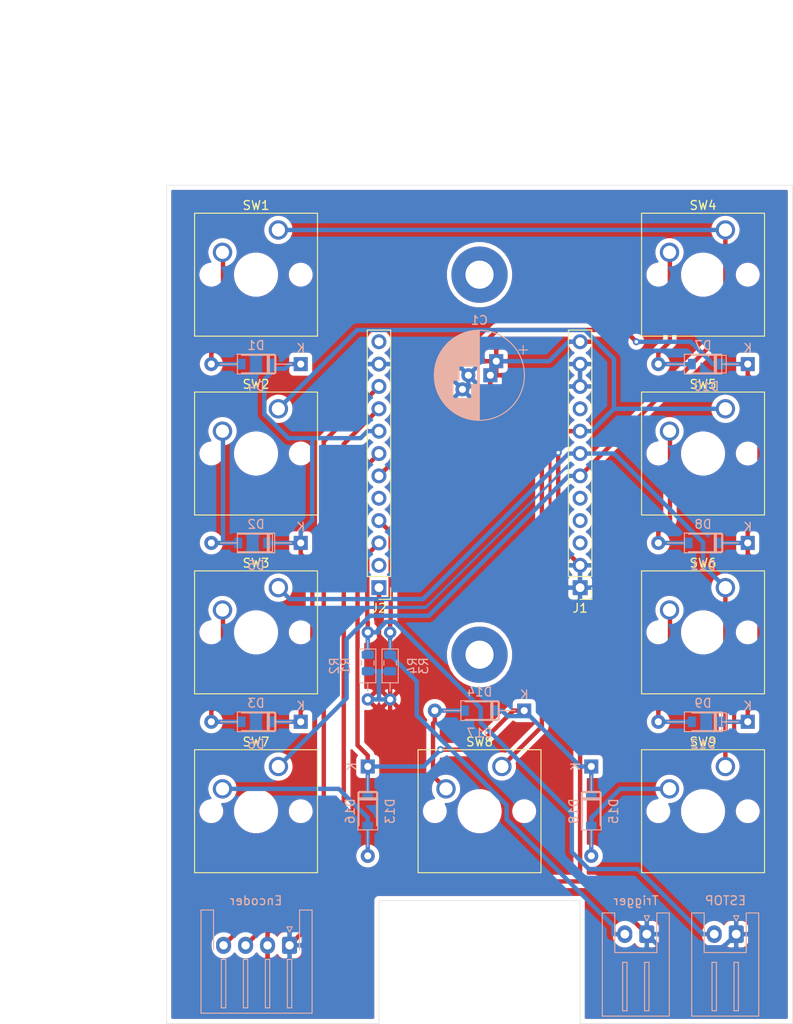
<source format=kicad_pcb>
(kicad_pcb (version 20171130) (host pcbnew 5.1.6-c6e7f7d~87~ubuntu18.04.1)
  (layers (0 F.Cu signal) (31 B.Cu signal) (34 B.Paste user hide) (35 F.Paste user hide) (36 B.SilkS user) (37 F.SilkS user) (38 B.Mask user) (39 F.Mask user) (44 Edge.Cuts user))
  (net 0 "")
  (net 1 "Net-(D1-Pad2)")
  (net 2 /25)
  (net 3 "Net-(D2-Pad2)")
  (net 4 "Net-(D3-Pad2)")
  (net 5 "Net-(D10-Pad2)")
  (net 6 /32)
  (net 7 "Net-(D11-Pad2)")
  (net 8 "Net-(D12-Pad2)")
  (net 9 /33)
  (net 10 "Net-(D13-Pad2)")
  (net 11 "Net-(D14-Pad2)")
  (net 12 "Net-(D15-Pad2)")
  (net 13 GND)
  (net 14 +3V3)
  (net 15 /26)
  (net 16 /27)
  (net 17 /37)
  (net 18 /13)
  (net 19 /15)
  (net 20 /2)
  (net 21 /38)
  (module MountingHole:MountingHole_3.2mm_M3_Pad (layer F.Cu) (at 148.59 30.48)
    (fp_text reference hole1 hide)
    (fp_text value MountingHole_3.2mm_M3_Pad)
    (pad 1 thru_hole circle (at 0 0) (size 6.4 6.4) (drill 3.2) (layers *.Cu *.Mask))
  )
  (module MountingHole:MountingHole_3.2mm_M3_Pad (layer F.Cu) (at 148.59 73.66)
    (fp_text reference hole2 hide)
    (fp_text value MountingHole_3.2mm_M3_Pad)
    (pad 1 thru_hole circle (at 0 0) (size 6.4 6.4) (drill 3.2) (layers *.Cu *.Mask))
  )
  (module Diode_THT:D_DO-35_SOD27_P10.16mm_Horizontal (layer B.Cu) (at 128.27 40.64 180)
    (fp_text reference D1 (at 5.08 2.12) (layer B.SilkS) (effects (justify mirror)))
    (fp_text value D)
    (fp_text user K (at 0 1.8) (layer B.SilkS) (effects (justify mirror)))
    (pad 2 thru_hole oval (at 10.16 0 180) (size 1.6 1.6) (drill 0.8) (layers *.Cu *.Mask) (net 1 "Net-(D1-Pad2)"))
    (pad 1 thru_hole rect (at 0 0 180) (size 1.6 1.6) (drill 0.8) (layers *.Cu *.Mask) (net 2 /25))
  )
  (module Diode_THT:D_DO-35_SOD27_P10.16mm_Horizontal (layer B.Cu) (at 128.27 60.96 180)
    (fp_text reference D2 (at 5.08 2.12) (layer B.SilkS) (effects (justify mirror)))
    (fp_text value D)
    (fp_text user K (at 0 1.8) (layer B.SilkS) (effects (justify mirror)))
    (pad 2 thru_hole oval (at 10.16 0 180) (size 1.6 1.6) (drill 0.8) (layers *.Cu *.Mask) (net 3 "Net-(D2-Pad2)"))
    (pad 1 thru_hole rect (at 0 0 180) (size 1.6 1.6) (drill 0.8) (layers *.Cu *.Mask) (net 2 /25))
  )
  (module Diode_THT:D_DO-35_SOD27_P10.16mm_Horizontal (layer B.Cu) (at 128.27 81.28 180)
    (fp_text reference D3 (at 5.08 2.12) (layer B.SilkS) (effects (justify mirror)))
    (fp_text value D)
    (fp_text user K (at 0 1.8) (layer B.SilkS) (effects (justify mirror)))
    (pad 1 thru_hole rect (at 0 0 180) (size 1.6 1.6) (drill 0.8) (layers *.Cu *.Mask) (net 2 /25))
    (pad 2 thru_hole oval (at 10.16 0 180) (size 1.6 1.6) (drill 0.8) (layers *.Cu *.Mask) (net 4 "Net-(D3-Pad2)"))
  )
  (module Diode_SMD:D_SOD-123 (layer B.Cu) (at 123.19 40.64 180)
    (fp_text reference D4 (at 0 -2.54) (layer B.SilkS) (effects (justify mirror)))
    (fp_text value D)
    (pad 2 smd rect (at 1.65 0 180) (size 0.9 1.2) (layers B.Cu B.Paste B.Mask) (net 1 "Net-(D1-Pad2)"))
    (pad 1 smd rect (at -1.65 0 180) (size 0.9 1.2) (layers B.Cu B.Paste B.Mask) (net 2 /25))
  )
  (module Diode_SMD:D_SOD-123 (layer B.Cu) (at 122.81 60.96 180)
    (fp_text reference D5 (at -0.38 -2.54) (layer B.SilkS) (effects (justify mirror)))
    (fp_text value D)
    (pad 2 smd rect (at 1.65 0 180) (size 0.9 1.2) (layers B.Cu B.Paste B.Mask) (net 3 "Net-(D2-Pad2)"))
    (pad 1 smd rect (at -1.65 0 180) (size 0.9 1.2) (layers B.Cu B.Paste B.Mask) (net 2 /25))
  )
  (module Diode_SMD:D_SOD-123 (layer B.Cu) (at 123.19 81.28 180)
    (fp_text reference D6 (at 0 -2.54) (layer B.SilkS) (effects (justify mirror)))
    (fp_text value D)
    (pad 1 smd rect (at -1.65 0 180) (size 0.9 1.2) (layers B.Cu B.Paste B.Mask) (net 2 /25))
    (pad 2 smd rect (at 1.65 0 180) (size 0.9 1.2) (layers B.Cu B.Paste B.Mask) (net 4 "Net-(D3-Pad2)"))
  )
  (module Diode_THT:D_DO-35_SOD27_P10.16mm_Horizontal (layer B.Cu) (at 179.07 40.64 180)
    (fp_text reference D7 (at 5.08 2.12) (layer B.SilkS) (effects (justify mirror)))
    (fp_text value D)
    (fp_text user K (at 0 1.8) (layer B.SilkS) (effects (justify mirror)))
    (pad 2 thru_hole oval (at 10.16 0 180) (size 1.6 1.6) (drill 0.8) (layers *.Cu *.Mask) (net 5 "Net-(D10-Pad2)"))
    (pad 1 thru_hole rect (at 0 0 180) (size 1.6 1.6) (drill 0.8) (layers *.Cu *.Mask) (net 6 /32))
  )
  (module Diode_THT:D_DO-35_SOD27_P10.16mm_Horizontal (layer B.Cu) (at 179.07 60.96 180)
    (fp_text reference D8 (at 5.08 2.12) (layer B.SilkS) (effects (justify mirror)))
    (fp_text value D)
    (fp_text user K (at 0 1.8) (layer B.SilkS) (effects (justify mirror)))
    (pad 2 thru_hole oval (at 10.16 0 180) (size 1.6 1.6) (drill 0.8) (layers *.Cu *.Mask) (net 7 "Net-(D11-Pad2)"))
    (pad 1 thru_hole rect (at 0 0 180) (size 1.6 1.6) (drill 0.8) (layers *.Cu *.Mask) (net 6 /32))
  )
  (module Diode_THT:D_DO-35_SOD27_P10.16mm_Horizontal (layer B.Cu) (at 179.07 81.28 180)
    (fp_text reference D9 (at 5.08 2.12) (layer B.SilkS) (effects (justify mirror)))
    (fp_text value D)
    (fp_text user K (at 0 1.8) (layer B.SilkS) (effects (justify mirror)))
    (pad 1 thru_hole rect (at 0 0 180) (size 1.6 1.6) (drill 0.8) (layers *.Cu *.Mask) (net 6 /32))
    (pad 2 thru_hole oval (at 10.16 0 180) (size 1.6 1.6) (drill 0.8) (layers *.Cu *.Mask) (net 8 "Net-(D12-Pad2)"))
  )
  (module Diode_SMD:D_SOD-123 (layer B.Cu) (at 174.37 40.64 180)
    (fp_text reference D10 (at 0 -2.54) (layer B.SilkS) (effects (justify mirror)))
    (fp_text value D)
    (pad 1 smd rect (at -1.65 0 180) (size 0.9 1.2) (layers B.Cu B.Paste B.Mask) (net 6 /32))
    (pad 2 smd rect (at 1.65 0 180) (size 0.9 1.2) (layers B.Cu B.Paste B.Mask) (net 5 "Net-(D10-Pad2)"))
  )
  (module Diode_SMD:D_SOD-123 (layer B.Cu) (at 173.99 60.96 180)
    (fp_text reference D11 (at 0 -2.54) (layer B.SilkS) (effects (justify mirror)))
    (fp_text value D)
    (pad 1 smd rect (at -1.65 0 180) (size 0.9 1.2) (layers B.Cu B.Paste B.Mask) (net 6 /32))
    (pad 2 smd rect (at 1.65 0 180) (size 0.9 1.2) (layers B.Cu B.Paste B.Mask) (net 7 "Net-(D11-Pad2)"))
  )
  (module Diode_SMD:D_SOD-123 (layer B.Cu) (at 174.37 81.28 180)
    (fp_text reference D12 (at 0.38 -2.54) (layer B.SilkS) (effects (justify mirror)))
    (fp_text value D)
    (pad 2 smd rect (at 1.65 0 180) (size 0.9 1.2) (layers B.Cu B.Paste B.Mask) (net 8 "Net-(D12-Pad2)"))
    (pad 1 smd rect (at -1.65 0 180) (size 0.9 1.2) (layers B.Cu B.Paste B.Mask) (net 6 /32))
  )
  (module Diode_THT:D_DO-35_SOD27_P10.16mm_Horizontal (layer B.Cu) (at 135.89 86.36 270)
    (fp_text reference D13 (at 5.08 -2.54 90) (layer B.SilkS) (effects (justify mirror)))
    (fp_text value D)
    (fp_text user K (at 0 1.8 90) (layer B.SilkS) (effects (justify mirror)))
    (pad 1 thru_hole rect (at 0 0 270) (size 1.6 1.6) (drill 0.8) (layers *.Cu *.Mask) (net 9 /33))
    (pad 2 thru_hole oval (at 10.16 0 270) (size 1.6 1.6) (drill 0.8) (layers *.Cu *.Mask) (net 10 "Net-(D13-Pad2)"))
  )
  (module Diode_THT:D_DO-35_SOD27_P10.16mm_Horizontal (layer B.Cu) (at 153.67 80.01 180)
    (fp_text reference D14 (at 5.08 2.12) (layer B.SilkS) (effects (justify mirror)))
    (fp_text value D)
    (fp_text user K (at 0 1.8) (layer B.SilkS) (effects (justify mirror)))
    (pad 1 thru_hole rect (at 0 0 180) (size 1.6 1.6) (drill 0.8) (layers *.Cu *.Mask) (net 9 /33))
    (pad 2 thru_hole oval (at 10.16 0 180) (size 1.6 1.6) (drill 0.8) (layers *.Cu *.Mask) (net 11 "Net-(D14-Pad2)"))
  )
  (module Diode_THT:D_DO-35_SOD27_P10.16mm_Horizontal (layer B.Cu) (at 161.29 86.36 270)
    (fp_text reference D15 (at 5.08 -2.54 270) (layer B.SilkS) (effects (justify mirror)))
    (fp_text value D)
    (fp_text user K (at 0 1.8 270) (layer B.SilkS) (effects (justify mirror)))
    (pad 1 thru_hole rect (at 0 0 270) (size 1.6 1.6) (drill 0.8) (layers *.Cu *.Mask) (net 9 /33))
    (pad 2 thru_hole oval (at 10.16 0 270) (size 1.6 1.6) (drill 0.8) (layers *.Cu *.Mask) (net 12 "Net-(D15-Pad2)"))
  )
  (module Diode_SMD:D_SOD-123 (layer B.Cu) (at 135.89 91.44 270)
    (fp_text reference D16 (at 0 2 90) (layer B.SilkS) (effects (justify mirror)))
    (fp_text value D)
    (pad 1 smd rect (at -1.65 0 270) (size 0.9 1.2) (layers B.Cu B.Paste B.Mask) (net 9 /33))
    (pad 2 smd rect (at 1.65 0 270) (size 0.9 1.2) (layers B.Cu B.Paste B.Mask) (net 10 "Net-(D13-Pad2)"))
  )
  (module Diode_SMD:D_SOD-123 (layer B.Cu) (at 148.59 80.01 180)
    (fp_text reference D17 (at 0 -2.54) (layer B.SilkS) (effects (justify mirror)))
    (fp_text value D)
    (pad 2 smd rect (at 1.65 0 180) (size 0.9 1.2) (layers B.Cu B.Paste B.Mask) (net 11 "Net-(D14-Pad2)"))
    (pad 1 smd rect (at -1.65 0 180) (size 0.9 1.2) (layers B.Cu B.Paste B.Mask) (net 9 /33))
  )
  (module Diode_SMD:D_SOD-123 (layer B.Cu) (at 161.29 91.44 270)
    (fp_text reference D18 (at 0 2 90) (layer B.SilkS) (effects (justify mirror)))
    (fp_text value D)
    (pad 1 smd rect (at -1.65 0 270) (size 0.9 1.2) (layers B.Cu B.Paste B.Mask) (net 9 /33))
    (pad 2 smd rect (at 1.65 0 270) (size 0.9 1.2) (layers B.Cu B.Paste B.Mask) (net 12 "Net-(D15-Pad2)"))
  )
  (module Connector_JST:JST_XH_S4B-XH-A-1_1x04_P2.50mm_Horizontal (layer B.Cu) (at 127 106.68 180)
    (fp_text reference ENCODER1 hide)
    (fp_text value Conn_01x04_Male)
    (pad 1 thru_hole roundrect (at 0 0 180) (size 1.7 1.95) (drill 0.95) (layers *.Cu *.Mask) (roundrect_rratio 0.147059) (net 13 GND))
    (pad 2 thru_hole oval (at 2.5 0 180) (size 1.7 1.95) (drill 0.95) (layers *.Cu *.Mask) (net 14 +3V3))
    (pad 3 thru_hole oval (at 5 0 180) (size 1.7 1.95) (drill 0.95) (layers *.Cu *.Mask) (net 15 /26))
    (pad 4 thru_hole oval (at 7.5 0 180) (size 1.7 1.95) (drill 0.95) (layers *.Cu *.Mask) (net 16 /27))
  )
  (module Connector_JST:JST_XH_S2B-XH-A_1x02_P2.50mm_Horizontal (layer B.Cu) (at 177.76 105.41 180)
    (fp_text reference ESTOP1 hide)
    (fp_text value Conn_01x02_Male)
    (pad 2 thru_hole oval (at 2.5 0 180) (size 1.7 2) (drill 1) (layers *.Cu *.Mask) (net 17 /37))
    (pad 1 thru_hole roundrect (at 0 0 180) (size 1.7 2) (drill 1) (layers *.Cu *.Mask) (roundrect_rratio 0.147059) (net 13 GND))
  )
  (module Connector_PinHeader_2.54mm:PinHeader_1x12_P2.54mm_Vertical (layer F.Cu) (at 160.02 66.04 180)
    (fp_text reference J1 (at 0 -2.33) (layer F.SilkS))
    (fp_text value Conn_01x12_Female)
    (pad 12 thru_hole oval (at 0 27.94 180) (size 1.7 1.7) (drill 1) (layers *.Cu *.Mask) (net 14 +3V3))
    (pad 11 thru_hole oval (at 0 25.4 180) (size 1.7 1.7) (drill 1) (layers *.Cu *.Mask) (net 13 GND))
    (pad 10 thru_hole oval (at 0 22.86 180) (size 1.7 1.7) (drill 1) (layers *.Cu *.Mask) (net 13 GND))
    (pad 9 thru_hole oval (at 0 20.32 180) (size 1.7 1.7) (drill 1) (layers *.Cu *.Mask))
    (pad 8 thru_hole oval (at 0 17.78 180) (size 1.7 1.7) (drill 1) (layers *.Cu *.Mask) (net 18 /13))
    (pad 7 thru_hole oval (at 0 15.24 180) (size 1.7 1.7) (drill 1) (layers *.Cu *.Mask) (net 19 /15))
    (pad 6 thru_hole oval (at 0 12.7 180) (size 1.7 1.7) (drill 1) (layers *.Cu *.Mask) (net 20 /2))
    (pad 5 thru_hole oval (at 0 10.16 180) (size 1.7 1.7) (drill 1) (layers *.Cu *.Mask))
    (pad 4 thru_hole oval (at 0 7.62 180) (size 1.7 1.7) (drill 1) (layers *.Cu *.Mask))
    (pad 3 thru_hole oval (at 0 5.08 180) (size 1.7 1.7) (drill 1) (layers *.Cu *.Mask))
    (pad 2 thru_hole oval (at 0 2.54 180) (size 1.7 1.7) (drill 1) (layers *.Cu *.Mask) (net 13 GND))
    (pad 1 thru_hole rect (at 0 0 180) (size 1.7 1.7) (drill 1) (layers *.Cu *.Mask) (net 13 GND))
  )
  (module Connector_PinHeader_2.54mm:PinHeader_1x12_P2.54mm_Vertical (layer F.Cu) (at 137.16 66.04 180)
    (fp_text reference J2 (at 0 -2.33) (layer F.SilkS))
    (fp_text value Conn_01x12_Female)
    (pad 1 thru_hole rect (at 0 0 180) (size 1.7 1.7) (drill 1) (layers *.Cu *.Mask) (net 14 +3V3))
    (pad 2 thru_hole oval (at 0 2.54 180) (size 1.7 1.7) (drill 1) (layers *.Cu *.Mask))
    (pad 3 thru_hole oval (at 0 5.08 180) (size 1.7 1.7) (drill 1) (layers *.Cu *.Mask) (net 17 /37))
    (pad 4 thru_hole oval (at 0 7.62 180) (size 1.7 1.7) (drill 1) (layers *.Cu *.Mask) (net 21 /38))
    (pad 5 thru_hole oval (at 0 10.16 180) (size 1.7 1.7) (drill 1) (layers *.Cu *.Mask))
    (pad 6 thru_hole oval (at 0 12.7 180) (size 1.7 1.7) (drill 1) (layers *.Cu *.Mask) (net 6 /32))
    (pad 7 thru_hole oval (at 0 15.24 180) (size 1.7 1.7) (drill 1) (layers *.Cu *.Mask) (net 9 /33))
    (pad 8 thru_hole oval (at 0 17.78 180) (size 1.7 1.7) (drill 1) (layers *.Cu *.Mask) (net 2 /25))
    (pad 9 thru_hole oval (at 0 20.32 180) (size 1.7 1.7) (drill 1) (layers *.Cu *.Mask) (net 15 /26))
    (pad 10 thru_hole oval (at 0 22.86 180) (size 1.7 1.7) (drill 1) (layers *.Cu *.Mask) (net 16 /27))
    (pad 11 thru_hole oval (at 0 25.4 180) (size 1.7 1.7) (drill 1) (layers *.Cu *.Mask) (net 13 GND))
    (pad 12 thru_hole oval (at 0 27.94 180) (size 1.7 1.7) (drill 1) (layers *.Cu *.Mask))
  )
  (module Resistor_THT:R_Axial_DIN0204_L3.6mm_D1.6mm_P7.62mm_Horizontal (layer B.Cu) (at 135.89 78.74 90)
    (fp_text reference R1 (at 3.81 -2.54 90) (layer B.SilkS) (effects (justify mirror)))
    (fp_text value 100k)
    (pad 1 thru_hole circle (at 0 0 90) (size 1.4 1.4) (drill 0.7) (layers *.Cu *.Mask) (net 14 +3V3))
    (pad 2 thru_hole oval (at 7.62 0 90) (size 1.4 1.4) (drill 0.7) (layers *.Cu *.Mask) (net 17 /37))
  )
  (module Resistor_SMD:R_0805_2012Metric (layer B.Cu) (at 135.89 74.598 90)
    (fp_text reference R2 (at -0.332 -3.81 90) (layer B.SilkS) (effects (justify mirror)))
    (fp_text value 100k)
    (pad 1 smd roundrect (at -0.9375 0 90) (size 0.975 1.4) (layers B.Cu B.Paste B.Mask) (net 14 +3V3))
    (pad 2 smd roundrect (at 0.9375 0 90) (size 0.975 1.4) (layers B.Cu B.Paste B.Mask) (net 17 /37))
  )
  (module Resistor_THT:R_Axial_DIN0204_L3.6mm_D1.6mm_P7.62mm_Horizontal (layer B.Cu) (at 138.43 78.74 90)
    (fp_text reference R3 (at 3.81 3.81 270) (layer B.SilkS) (effects (justify mirror)))
    (fp_text value 100k)
    (pad 2 thru_hole oval (at 7.62 0 90) (size 1.4 1.4) (drill 0.7) (layers *.Cu *.Mask) (net 21 /38))
    (pad 1 thru_hole circle (at 0 0 90) (size 1.4 1.4) (drill 0.7) (layers *.Cu *.Mask) (net 14 +3V3))
  )
  (module Resistor_SMD:R_0805_2012Metric (layer B.Cu) (at 138.43 74.598 90)
    (fp_text reference R4 (at -0.332 2.54 90) (layer B.SilkS) (effects (justify mirror)))
    (fp_text value 100k)
    (pad 2 smd roundrect (at 0.9375 0 90) (size 0.975 1.4) (layers B.Cu B.Paste B.Mask) (net 21 /38))
    (pad 1 smd roundrect (at -0.9375 0 90) (size 0.975 1.4) (layers B.Cu B.Paste B.Mask) (net 14 +3V3))
  )
  (module Button_Switch_Keyboard:SW_Cherry_MX_1.00u_PCB (layer F.Cu) (at 125.73 25.4)
    (fp_text reference SW1 (at -2.54 -2.794) (layer F.SilkS))
    (fp_text value SW_Push)
    (pad 1 thru_hole circle (at 0 0) (size 2.2 2.2) (drill 1.5) (layers *.Cu *.Mask) (net 20 /2))
    (pad 2 thru_hole circle (at -6.35 2.54) (size 2.2 2.2) (drill 1.5) (layers *.Cu *.Mask) (net 1 "Net-(D1-Pad2)"))
    (pad "" np_thru_hole circle (at -2.54 5.08) (size 4 4) (drill 4) (layers *.Cu *.Mask))
    (pad "" np_thru_hole circle (at -7.62 5.08) (size 1.7 1.7) (drill 1.7) (layers *.Cu *.Mask))
    (pad "" np_thru_hole circle (at 2.54 5.08) (size 1.7 1.7) (drill 1.7) (layers *.Cu *.Mask))
  )
  (module Button_Switch_Keyboard:SW_Cherry_MX_1.00u_PCB (layer F.Cu) (at 125.73 45.72)
    (fp_text reference SW2 (at -2.54 -2.794) (layer F.SilkS))
    (fp_text value SW_Push)
    (pad 1 thru_hole circle (at 0 0) (size 2.2 2.2) (drill 1.5) (layers *.Cu *.Mask) (net 18 /13))
    (pad 2 thru_hole circle (at -6.35 2.54) (size 2.2 2.2) (drill 1.5) (layers *.Cu *.Mask) (net 3 "Net-(D2-Pad2)"))
    (pad "" np_thru_hole circle (at -2.54 5.08) (size 4 4) (drill 4) (layers *.Cu *.Mask))
    (pad "" np_thru_hole circle (at -7.62 5.08) (size 1.7 1.7) (drill 1.7) (layers *.Cu *.Mask))
    (pad "" np_thru_hole circle (at 2.54 5.08) (size 1.7 1.7) (drill 1.7) (layers *.Cu *.Mask))
  )
  (module Button_Switch_Keyboard:SW_Cherry_MX_1.00u_PCB (layer F.Cu) (at 125.73 66.04)
    (fp_text reference SW3 (at -2.54 -2.794) (layer F.SilkS))
    (fp_text value SW_Push)
    (pad 1 thru_hole circle (at 0 0) (size 2.2 2.2) (drill 1.5) (layers *.Cu *.Mask) (net 19 /15))
    (pad 2 thru_hole circle (at -6.35 2.54) (size 2.2 2.2) (drill 1.5) (layers *.Cu *.Mask) (net 4 "Net-(D3-Pad2)"))
    (pad "" np_thru_hole circle (at -2.54 5.08) (size 4 4) (drill 4) (layers *.Cu *.Mask))
    (pad "" np_thru_hole circle (at -7.62 5.08) (size 1.7 1.7) (drill 1.7) (layers *.Cu *.Mask))
    (pad "" np_thru_hole circle (at 2.54 5.08) (size 1.7 1.7) (drill 1.7) (layers *.Cu *.Mask))
  )
  (module Button_Switch_Keyboard:SW_Cherry_MX_1.00u_PCB (layer F.Cu) (at 176.53 25.4)
    (fp_text reference SW4 (at -2.54 -2.794) (layer F.SilkS))
    (fp_text value SW_Push)
    (pad "" np_thru_hole circle (at 2.54 5.08) (size 1.7 1.7) (drill 1.7) (layers *.Cu *.Mask))
    (pad "" np_thru_hole circle (at -7.62 5.08) (size 1.7 1.7) (drill 1.7) (layers *.Cu *.Mask))
    (pad "" np_thru_hole circle (at -2.54 5.08) (size 4 4) (drill 4) (layers *.Cu *.Mask))
    (pad 2 thru_hole circle (at -6.35 2.54) (size 2.2 2.2) (drill 1.5) (layers *.Cu *.Mask) (net 5 "Net-(D10-Pad2)"))
    (pad 1 thru_hole circle (at 0 0) (size 2.2 2.2) (drill 1.5) (layers *.Cu *.Mask) (net 20 /2))
  )
  (module Button_Switch_Keyboard:SW_Cherry_MX_1.00u_PCB (layer F.Cu) (at 176.53 45.72)
    (fp_text reference SW5 (at -2.54 -2.794) (layer F.SilkS))
    (fp_text value SW_Push)
    (pad "" np_thru_hole circle (at 2.54 5.08) (size 1.7 1.7) (drill 1.7) (layers *.Cu *.Mask))
    (pad "" np_thru_hole circle (at -7.62 5.08) (size 1.7 1.7) (drill 1.7) (layers *.Cu *.Mask))
    (pad "" np_thru_hole circle (at -2.54 5.08) (size 4 4) (drill 4) (layers *.Cu *.Mask))
    (pad 2 thru_hole circle (at -6.35 2.54) (size 2.2 2.2) (drill 1.5) (layers *.Cu *.Mask) (net 7 "Net-(D11-Pad2)"))
    (pad 1 thru_hole circle (at 0 0) (size 2.2 2.2) (drill 1.5) (layers *.Cu *.Mask) (net 18 /13))
  )
  (module Button_Switch_Keyboard:SW_Cherry_MX_1.00u_PCB (layer F.Cu) (at 176.53 66.04)
    (fp_text reference SW6 (at -2.54 -2.794) (layer F.SilkS))
    (fp_text value SW_Push)
    (pad "" np_thru_hole circle (at 2.54 5.08) (size 1.7 1.7) (drill 1.7) (layers *.Cu *.Mask))
    (pad "" np_thru_hole circle (at -7.62 5.08) (size 1.7 1.7) (drill 1.7) (layers *.Cu *.Mask))
    (pad "" np_thru_hole circle (at -2.54 5.08) (size 4 4) (drill 4) (layers *.Cu *.Mask))
    (pad 2 thru_hole circle (at -6.35 2.54) (size 2.2 2.2) (drill 1.5) (layers *.Cu *.Mask) (net 8 "Net-(D12-Pad2)"))
    (pad 1 thru_hole circle (at 0 0) (size 2.2 2.2) (drill 1.5) (layers *.Cu *.Mask) (net 19 /15))
  )
  (module Button_Switch_Keyboard:SW_Cherry_MX_1.00u_PCB (layer F.Cu) (at 125.73 86.36)
    (fp_text reference SW7 (at -2.54 -2.794) (layer F.SilkS))
    (fp_text value SW_Push)
    (pad "" np_thru_hole circle (at 2.54 5.08) (size 1.7 1.7) (drill 1.7) (layers *.Cu *.Mask))
    (pad "" np_thru_hole circle (at -7.62 5.08) (size 1.7 1.7) (drill 1.7) (layers *.Cu *.Mask))
    (pad "" np_thru_hole circle (at -2.54 5.08) (size 4 4) (drill 4) (layers *.Cu *.Mask))
    (pad 2 thru_hole circle (at -6.35 2.54) (size 2.2 2.2) (drill 1.5) (layers *.Cu *.Mask) (net 10 "Net-(D13-Pad2)"))
    (pad 1 thru_hole circle (at 0 0) (size 2.2 2.2) (drill 1.5) (layers *.Cu *.Mask) (net 20 /2))
  )
  (module Button_Switch_Keyboard:SW_Cherry_MX_1.00u_PCB (layer F.Cu) (at 151.13 86.36)
    (fp_text reference SW8 (at -2.54 -2.794) (layer F.SilkS))
    (fp_text value SW_Push)
    (pad 1 thru_hole circle (at 0 0) (size 2.2 2.2) (drill 1.5) (layers *.Cu *.Mask) (net 18 /13))
    (pad 2 thru_hole circle (at -6.35 2.54) (size 2.2 2.2) (drill 1.5) (layers *.Cu *.Mask) (net 11 "Net-(D14-Pad2)"))
    (pad "" np_thru_hole circle (at -2.54 5.08) (size 4 4) (drill 4) (layers *.Cu *.Mask))
    (pad "" np_thru_hole circle (at -7.62 5.08) (size 1.7 1.7) (drill 1.7) (layers *.Cu *.Mask))
    (pad "" np_thru_hole circle (at 2.54 5.08) (size 1.7 1.7) (drill 1.7) (layers *.Cu *.Mask))
  )
  (module Button_Switch_Keyboard:SW_Cherry_MX_1.00u_PCB (layer F.Cu) (at 176.53 86.36)
    (fp_text reference SW9 (at -2.54 -2.794) (layer F.SilkS))
    (fp_text value SW_Push)
    (pad 1 thru_hole circle (at 0 0) (size 2.2 2.2) (drill 1.5) (layers *.Cu *.Mask) (net 19 /15))
    (pad 2 thru_hole circle (at -6.35 2.54) (size 2.2 2.2) (drill 1.5) (layers *.Cu *.Mask) (net 12 "Net-(D15-Pad2)"))
    (pad "" np_thru_hole circle (at -2.54 5.08) (size 4 4) (drill 4) (layers *.Cu *.Mask))
    (pad "" np_thru_hole circle (at -7.62 5.08) (size 1.7 1.7) (drill 1.7) (layers *.Cu *.Mask))
    (pad "" np_thru_hole circle (at 2.54 5.08) (size 1.7 1.7) (drill 1.7) (layers *.Cu *.Mask))
  )
  (module Connector_JST:JST_XH_S2B-XH-A_1x02_P2.50mm_Horizontal (layer B.Cu) (at 167.6 105.41 180)
    (fp_text reference TRIGGER1 hide)
    (fp_text value Conn_01x02_Male)
    (pad 1 thru_hole roundrect (at 0 0 180) (size 1.7 2) (drill 1) (layers *.Cu *.Mask) (roundrect_rratio 0.147059) (net 13 GND))
    (pad 2 thru_hole oval (at 2.5 0 180) (size 1.7 2) (drill 1) (layers *.Cu *.Mask) (net 21 /38))
  )
  (module Capacitor_THT:CP_Radial_D10.0mm_P2.50mm_P5.00mm (layer B.Cu) (at 149.82 41.91 180)
    (fp_text reference C1 (at 1.25 6.25) (layer B.SilkS) (effects (justify mirror)))
    (fp_text value C)
    (pad 1 thru_hole rect (at 0 0 180) (size 1.6 1.6) (drill 0.8) (layers *.Cu *.Mask) (net 14 +3V3))
    (pad 2 thru_hole circle (at 2.5 0 180) (size 1.6 1.6) (drill 0.8) (layers *.Cu *.Mask) (net 13 GND))
    (pad 1 thru_hole rect (at -0.670937 1.6 180) (size 1.6 1.6) (drill 0.8) (layers *.Cu *.Mask) (net 14 +3V3))
    (pad 2 thru_hole circle (at 3.170937 -1.6 180) (size 1.6 1.6) (drill 0.8) (layers *.Cu *.Mask) (net 13 GND))
  )
  (gr_text Trigger (at 166.37 101.6) (layer B.SilkS) (effects (font (size 1 1)) (justify mirror)))
  (gr_text ESTOP (at 176.53 101.6) (layer B.SilkS) (effects (font (size 1 1)) (justify mirror)))
  (gr_text Encoder (at 123.19 101.6) (layer B.SilkS) (effects (font (size 1 1)) (justify mirror)))
  (gr_line (start 184.15 20.32) (end 184.15 115.57) (layer Edge.Cuts) (width 0.05))
  (gr_line (start 113.03 20.32) (end 184.15 20.32) (layer Edge.Cuts) (width 0.05))
  (gr_line (start 113.03 115.57) (end 113.03 20.32) (layer Edge.Cuts) (width 0.05))
  (gr_line (start 137.16 115.57) (end 113.03 115.57) (layer Edge.Cuts) (width 0.05))
  (gr_line (start 137.16 101.6) (end 137.16 115.57) (layer Edge.Cuts) (width 0.05))
  (gr_line (start 160.02 115.57) (end 184.15 115.57) (layer Edge.Cuts) (width 0.05))
  (gr_line (start 160.02 101.6) (end 160.02 115.57) (layer Edge.Cuts) (width 0.05))
  (gr_line (start 148.59 101.6) (end 160.02 101.6) (layer Edge.Cuts) (width 0.05))
  (gr_line (start 148.59 101.6) (end 137.16 101.6) (layer Edge.Cuts) (width 0.05))
  (segment (start 121.54 40.64) (end 118.11 40.64) (width 0.5) (layer B.Cu) (net 1))
  (segment (start 118.11 40.64) (end 118.11 39.3897) (width 0.5) (layer F.Cu) (net 1))
  (segment (start 119.38 27.94) (end 119.4371 27.9971) (width 0.5) (layer F.Cu) (net 1))
  (segment (start 119.4371 27.9971) (end 119.4371 38.0626) (width 0.5) (layer F.Cu) (net 1))
  (segment (start 119.4371 38.0626) (end 118.11 39.3897) (width 0.5) (layer F.Cu) (net 1))
  (segment (start 128.27 40.64) (end 127.0197 40.64) (width 0.5) (layer B.Cu) (net 2))
  (segment (start 124.84 41.1651) (end 126.4946 41.1651) (width 0.5) (layer B.Cu) (net 2))
  (segment (start 126.4946 41.1651) (end 127.0197 40.64) (width 0.5) (layer B.Cu) (net 2))
  (segment (start 124.84 41.1651) (end 124.84 41.6903) (width 0.5) (layer B.Cu) (net 2))
  (segment (start 124.84 40.64) (end 124.84 41.1651) (width 0.5) (layer B.Cu) (net 2))
  (segment (start 129.5769 49.0549) (end 126.8686 49.0549) (width 0.5) (layer B.Cu) (net 2))
  (segment (start 126.8686 49.0549) (end 124.135 46.3213) (width 0.5) (layer B.Cu) (net 2))
  (segment (start 124.135 46.3213) (end 124.135 42.3953) (width 0.5) (layer B.Cu) (net 2))
  (segment (start 124.135 42.3953) (end 124.84 41.6903) (width 0.5) (layer B.Cu) (net 2))
  (segment (start 135.8597 48.26) (end 135.0648 49.0549) (width 0.5) (layer B.Cu) (net 2))
  (segment (start 135.0648 49.0549) (end 129.5769 49.0549) (width 0.5) (layer B.Cu) (net 2))
  (segment (start 129.5769 49.0549) (end 129.5769 58.4028) (width 0.5) (layer B.Cu) (net 2))
  (segment (start 129.5769 58.4028) (end 128.27 59.7097) (width 0.5) (layer B.Cu) (net 2))
  (segment (start 128.27 60.96) (end 128.27 59.7097) (width 0.5) (layer B.Cu) (net 2))
  (segment (start 128.27 81.28) (end 128.27 80.0297) (width 0.5) (layer F.Cu) (net 2))
  (segment (start 128.27 60.96) (end 128.27 62.2103) (width 0.5) (layer F.Cu) (net 2))
  (segment (start 128.27 62.2103) (end 129.5973 63.5376) (width 0.5) (layer F.Cu) (net 2))
  (segment (start 129.5973 63.5376) (end 129.5973 78.7024) (width 0.5) (layer F.Cu) (net 2))
  (segment (start 129.5973 78.7024) (end 128.27 80.0297) (width 0.5) (layer F.Cu) (net 2))
  (segment (start 137.16 48.26) (end 135.8597 48.26) (width 0.5) (layer B.Cu) (net 2))
  (segment (start 128.27 60.96) (end 125.3603 60.96) (width 0.5) (layer B.Cu) (net 2))
  (segment (start 124.46 60.96) (end 125.3603 60.96) (width 0.5) (layer B.Cu) (net 2))
  (segment (start 124.84 81.28) (end 128.27 81.28) (width 0.5) (layer B.Cu) (net 2))
  (segment (start 119.435 60.96) (end 118.11 60.96) (width 0.5) (layer B.Cu) (net 3))
  (segment (start 120.7099 60.96) (end 119.435 60.96) (width 0.5) (layer B.Cu) (net 3))
  (segment (start 119.38 48.26) (end 119.435 48.315) (width 0.5) (layer B.Cu) (net 3))
  (segment (start 119.435 48.315) (end 119.435 60.96) (width 0.5) (layer B.Cu) (net 3))
  (segment (start 121.16 60.96) (end 120.7099 60.96) (width 0.5) (layer B.Cu) (net 3))
  (segment (start 121.54 81.28) (end 118.11 81.28) (width 0.5) (layer B.Cu) (net 4))
  (segment (start 118.11 81.28) (end 118.11 80.0297) (width 0.5) (layer F.Cu) (net 4))
  (segment (start 119.38 68.58) (end 119.4371 68.6371) (width 0.5) (layer F.Cu) (net 4))
  (segment (start 119.4371 68.6371) (end 119.4371 78.7026) (width 0.5) (layer F.Cu) (net 4))
  (segment (start 119.4371 78.7026) (end 118.11 80.0297) (width 0.5) (layer F.Cu) (net 4))
  (segment (start 168.91 40.64) (end 168.91 39.3897) (width 0.5) (layer F.Cu) (net 5))
  (segment (start 170.18 27.94) (end 170.2194 27.9794) (width 0.5) (layer F.Cu) (net 5))
  (segment (start 170.2194 27.9794) (end 170.2194 38.0803) (width 0.5) (layer F.Cu) (net 5))
  (segment (start 170.2194 38.0803) (end 168.91 39.3897) (width 0.5) (layer F.Cu) (net 5))
  (segment (start 172.72 40.64) (end 168.91 40.64) (width 0.5) (layer B.Cu) (net 5))
  (segment (start 176.02 40.64) (end 175.1197 40.64) (width 0.5) (layer B.Cu) (net 6))
  (segment (start 166.41 38.1055) (end 172.5852 38.1055) (width 0.5) (layer B.Cu) (net 6))
  (segment (start 172.5852 38.1055) (end 175.1197 40.64) (width 0.5) (layer B.Cu) (net 6))
  (segment (start 137.16 53.34) (end 145.1729 45.3271) (width 0.5) (layer F.Cu) (net 6))
  (segment (start 145.1729 45.3271) (end 145.1729 42.1933) (width 0.5) (layer F.Cu) (net 6))
  (segment (start 145.1729 42.1933) (end 150.6085 36.7577) (width 0.5) (layer F.Cu) (net 6))
  (segment (start 150.6085 36.7577) (end 165.0622 36.7577) (width 0.5) (layer F.Cu) (net 6))
  (segment (start 165.0622 36.7577) (end 166.41 38.1055) (width 0.5) (layer F.Cu) (net 6))
  (segment (start 179.07 40.64) (end 179.07 41.8903) (width 0.5) (layer F.Cu) (net 6))
  (segment (start 179.07 60.96) (end 179.07 59.7097) (width 0.5) (layer F.Cu) (net 6))
  (segment (start 179.07 59.7097) (end 180.4064 58.3733) (width 0.5) (layer F.Cu) (net 6))
  (segment (start 180.4064 58.3733) (end 180.4064 43.2267) (width 0.5) (layer F.Cu) (net 6))
  (segment (start 180.4064 43.2267) (end 179.07 41.8903) (width 0.5) (layer F.Cu) (net 6))
  (segment (start 179.07 61.5851) (end 179.07 60.96) (width 0.5) (layer F.Cu) (net 6))
  (segment (start 179.07 61.5851) (end 179.07 62.2103) (width 0.5) (layer F.Cu) (net 6))
  (segment (start 179.07 81.28) (end 179.07 80.0297) (width 0.5) (layer F.Cu) (net 6))
  (segment (start 179.07 80.0297) (end 180.4064 78.6933) (width 0.5) (layer F.Cu) (net 6))
  (segment (start 180.4064 78.6933) (end 180.4064 63.5467) (width 0.5) (layer F.Cu) (net 6))
  (segment (start 180.4064 63.5467) (end 179.07 62.2103) (width 0.5) (layer F.Cu) (net 6))
  (segment (start 176.02 81.28) (end 179.07 81.28) (width 0.5) (layer B.Cu) (net 6))
  (segment (start 176.02 40.64) (end 179.07 40.64) (width 0.5) (layer B.Cu) (net 6))
  (segment (start 175.64 60.96) (end 179.07 60.96) (width 0.5) (layer B.Cu) (net 6))
  (via (at 166.41 38.1055) (size 0.8) (layers F.Cu B.Cu) (net 6))
  (segment (start 168.91 60.96) (end 172.34 60.96) (width 0.5) (layer B.Cu) (net 7))
  (segment (start 168.91 60.96) (end 168.91 59.7097) (width 0.5) (layer F.Cu) (net 7))
  (segment (start 170.18 48.26) (end 170.2371 48.3171) (width 0.5) (layer F.Cu) (net 7))
  (segment (start 170.2371 48.3171) (end 170.2371 58.3826) (width 0.5) (layer F.Cu) (net 7))
  (segment (start 170.2371 58.3826) (end 168.91 59.7097) (width 0.5) (layer F.Cu) (net 7))
  (segment (start 172.72 81.28) (end 168.91 81.28) (width 0.5) (layer B.Cu) (net 8))
  (segment (start 168.91 81.28) (end 168.91 80.0297) (width 0.5) (layer F.Cu) (net 8))
  (segment (start 170.18 68.58) (end 170.2371 68.6371) (width 0.5) (layer F.Cu) (net 8))
  (segment (start 170.2371 68.6371) (end 170.2371 78.7026) (width 0.5) (layer F.Cu) (net 8))
  (segment (start 170.2371 78.7026) (end 168.91 80.0297) (width 0.5) (layer F.Cu) (net 8))
  (segment (start 135.89 86.36) (end 142.2429 86.36) (width 0.5) (layer B.Cu) (net 9))
  (segment (start 142.2429 86.36) (end 144.1586 84.4443) (width 0.5) (layer B.Cu) (net 9))
  (segment (start 152.4197 80.01) (end 147.9854 84.4443) (width 0.5) (layer F.Cu) (net 9))
  (segment (start 147.9854 84.4443) (end 144.1586 84.4443) (width 0.5) (layer F.Cu) (net 9))
  (segment (start 135.89 85.1097) (end 134.7271 83.9468) (width 0.5) (layer F.Cu) (net 9))
  (segment (start 134.7271 83.9468) (end 134.7271 53.2329) (width 0.5) (layer F.Cu) (net 9))
  (segment (start 134.7271 53.2329) (end 137.16 50.8) (width 0.5) (layer F.Cu) (net 9))
  (segment (start 161.29 86.36) (end 160.0397 86.36) (width 0.5) (layer B.Cu) (net 9))
  (segment (start 153.67 80.6351) (end 154.3148 80.6351) (width 0.5) (layer B.Cu) (net 9))
  (segment (start 154.3148 80.6351) (end 160.0397 86.36) (width 0.5) (layer B.Cu) (net 9))
  (segment (start 151.1403 80.01) (end 151.7654 80.6351) (width 0.5) (layer B.Cu) (net 9))
  (segment (start 151.7654 80.6351) (end 153.67 80.6351) (width 0.5) (layer B.Cu) (net 9))
  (segment (start 161.29 89.79) (end 161.29 86.36) (width 0.5) (layer B.Cu) (net 9))
  (segment (start 150.24 80.01) (end 151.1403 80.01) (width 0.5) (layer B.Cu) (net 9))
  (segment (start 153.67 80.01) (end 153.67 80.6351) (width 0.5) (layer B.Cu) (net 9))
  (segment (start 153.67 80.01) (end 152.4197 80.01) (width 0.5) (layer F.Cu) (net 9))
  (segment (start 135.89 89.79) (end 135.89 86.36) (width 0.5) (layer B.Cu) (net 9))
  (segment (start 135.89 86.36) (end 135.89 85.1097) (width 0.5) (layer F.Cu) (net 9))
  (via (at 144.1586 84.4443) (size 0.8) (layers F.Cu B.Cu) (net 9))
  (segment (start 135.89 93.09) (end 135.89 92.1897) (width 0.5) (layer B.Cu) (net 10))
  (segment (start 119.38 88.9) (end 132.6003 88.9) (width 0.5) (layer B.Cu) (net 10))
  (segment (start 132.6003 88.9) (end 135.89 92.1897) (width 0.5) (layer B.Cu) (net 10))
  (segment (start 135.89 93.09) (end 135.89 96.52) (width 0.5) (layer B.Cu) (net 10))
  (segment (start 143.51 80.01) (end 143.51 81.2603) (width 0.5) (layer F.Cu) (net 11))
  (segment (start 143.51 81.2603) (end 143.304 81.4663) (width 0.5) (layer F.Cu) (net 11))
  (segment (start 143.304 81.4663) (end 143.304 87.424) (width 0.5) (layer F.Cu) (net 11))
  (segment (start 143.304 87.424) (end 144.78 88.9) (width 0.5) (layer F.Cu) (net 11))
  (segment (start 146.94 80.01) (end 143.51 80.01) (width 0.5) (layer B.Cu) (net 11))
  (segment (start 161.29 93.09) (end 161.29 92.1897) (width 0.5) (layer B.Cu) (net 12))
  (segment (start 170.18 88.9) (end 164.5797 88.9) (width 0.5) (layer B.Cu) (net 12))
  (segment (start 164.5797 88.9) (end 161.29 92.1897) (width 0.5) (layer B.Cu) (net 12))
  (segment (start 161.29 93.09) (end 161.29 96.52) (width 0.5) (layer B.Cu) (net 12))
  (segment (start 167.6 105.41) (end 169.0901 106.9001) (width 0.5) (layer B.Cu) (net 13))
  (segment (start 169.0901 106.9001) (end 176.2699 106.9001) (width 0.5) (layer B.Cu) (net 13))
  (segment (start 176.2699 106.9001) (end 177.76 105.41) (width 0.5) (layer B.Cu) (net 13))
  (segment (start 160.02 99.4182) (end 161.6082 99.4182) (width 0.5) (layer F.Cu) (net 13))
  (segment (start 161.6082 99.4182) (end 167.6 105.41) (width 0.5) (layer F.Cu) (net 13))
  (segment (start 160.02 99.4182) (end 134.2618 99.4182) (width 0.5) (layer F.Cu) (net 13))
  (segment (start 134.2618 99.4182) (end 127 106.68) (width 0.5) (layer F.Cu) (net 13))
  (segment (start 160.02 99.4182) (end 160.02 67.3403) (width 0.5) (layer F.Cu) (net 13))
  (segment (start 147.32 43.1745) (end 157.198 43.1745) (width 0.5) (layer B.Cu) (net 13))
  (segment (start 157.198 43.1745) (end 157.5335 43.51) (width 0.5) (layer B.Cu) (net 13))
  (segment (start 146.6491 43.51) (end 146.9846 43.1745) (width 0.5) (layer B.Cu) (net 13))
  (segment (start 146.9846 43.1745) (end 147.32 43.1745) (width 0.5) (layer B.Cu) (net 13))
  (segment (start 147.32 43.1745) (end 147.32 41.91) (width 0.5) (layer B.Cu) (net 13))
  (segment (start 157.5335 43.51) (end 157.5335 50.7003) (width 0.5) (layer B.Cu) (net 13))
  (segment (start 158.7197 43.18) (end 158.3897 43.51) (width 0.5) (layer B.Cu) (net 13))
  (segment (start 158.3897 43.51) (end 157.5335 43.51) (width 0.5) (layer B.Cu) (net 13))
  (segment (start 160.02 63.5) (end 157.5335 61.0135) (width 0.5) (layer F.Cu) (net 13))
  (segment (start 157.5335 61.0135) (end 157.5335 50.7003) (width 0.5) (layer F.Cu) (net 13))
  (segment (start 160.02 43.18) (end 160.02 40.64) (width 0.5) (layer F.Cu) (net 13))
  (segment (start 160.02 66.04) (end 160.02 67.3403) (width 0.5) (layer F.Cu) (net 13))
  (segment (start 160.02 63.5) (end 160.02 66.04) (width 0.5) (layer F.Cu) (net 13))
  (segment (start 160.02 43.18) (end 158.7197 43.18) (width 0.5) (layer B.Cu) (net 13))
  (segment (start 147.32 41.91) (end 146.05 40.64) (width 0.5) (layer B.Cu) (net 13))
  (segment (start 146.05 40.64) (end 137.16 40.64) (width 0.5) (layer B.Cu) (net 13))
  (via (at 157.5335 50.7003) (size 0.8) (layers F.Cu B.Cu) (net 13))
  (segment (start 124.5 106.68) (end 124.5 105.2547) (width 0.5) (layer F.Cu) (net 14))
  (segment (start 138.43 78.74) (end 138.43 91.3247) (width 0.5) (layer F.Cu) (net 14))
  (segment (start 138.43 91.3247) (end 124.5 105.2547) (width 0.5) (layer F.Cu) (net 14))
  (segment (start 138.4351 72.7663) (end 138.4351 72.7664) (width 0.5) (layer F.Cu) (net 14))
  (segment (start 138.4351 72.7664) (end 138.4351 76.0449) (width 0.5) (layer F.Cu) (net 14))
  (segment (start 138.4351 76.0449) (end 138.43 76.05) (width 0.5) (layer F.Cu) (net 14))
  (segment (start 138.43 76.05) (end 138.43 78.74) (width 0.5) (layer F.Cu) (net 14))
  (segment (start 138.4351 72.7663) (end 137.16 71.4913) (width 0.5) (layer F.Cu) (net 14))
  (segment (start 137.16 71.4913) (end 137.16 66.04) (width 0.5) (layer F.Cu) (net 14))
  (segment (start 149.82 41.91) (end 149.82 61.3814) (width 0.5) (layer F.Cu) (net 14))
  (segment (start 149.82 61.3814) (end 138.4351 72.7663) (width 0.5) (layer F.Cu) (net 14))
  (segment (start 150.4909 41.5603) (end 150.1697 41.5603) (width 0.5) (layer F.Cu) (net 14))
  (segment (start 150.1697 41.5603) (end 149.82 41.91) (width 0.5) (layer F.Cu) (net 14))
  (segment (start 160.02 38.1) (end 158.7197 38.1) (width 0.5) (layer B.Cu) (net 14))
  (segment (start 150.4909 40.31) (end 156.5097 40.31) (width 0.5) (layer B.Cu) (net 14))
  (segment (start 156.5097 40.31) (end 158.7197 38.1) (width 0.5) (layer B.Cu) (net 14))
  (segment (start 137.16 75.5355) (end 135.89 75.5355) (width 0.5) (layer B.Cu) (net 14))
  (segment (start 138.43 75.5355) (end 137.16 75.5355) (width 0.5) (layer B.Cu) (net 14))
  (segment (start 137.16 78.74) (end 135.89 78.74) (width 0.5) (layer B.Cu) (net 14))
  (segment (start 138.43 78.74) (end 137.16 78.74) (width 0.5) (layer B.Cu) (net 14))
  (segment (start 137.16 75.5355) (end 137.16 78.74) (width 0.5) (layer B.Cu) (net 14))
  (segment (start 150.4909 40.31) (end 150.4909 41.5603) (width 0.5) (layer F.Cu) (net 14))
  (segment (start 122 106.68) (end 133.1614 95.5186) (width 0.5) (layer F.Cu) (net 15))
  (segment (start 133.1614 95.5186) (end 133.1614 49.7186) (width 0.5) (layer F.Cu) (net 15))
  (segment (start 133.1614 49.7186) (end 137.16 45.72) (width 0.5) (layer F.Cu) (net 15))
  (segment (start 137.16 43.18) (end 130.8883 49.4517) (width 0.5) (layer F.Cu) (net 16))
  (segment (start 130.8883 49.4517) (end 130.8883 95.2917) (width 0.5) (layer F.Cu) (net 16))
  (segment (start 130.8883 95.2917) (end 119.5 106.68) (width 0.5) (layer F.Cu) (net 16))
  (segment (start 135.89 71.12) (end 137.0403 71.12) (width 0.5) (layer B.Cu) (net 17))
  (segment (start 137.0403 71.12) (end 137.0403 70.8324) (width 0.5) (layer B.Cu) (net 17))
  (segment (start 137.0403 70.8324) (end 137.9414 69.9313) (width 0.5) (layer B.Cu) (net 17))
  (segment (start 137.9414 69.9313) (end 138.9291 69.9313) (width 0.5) (layer B.Cu) (net 17))
  (segment (start 138.9291 69.9313) (end 148.7278 79.73) (width 0.5) (layer B.Cu) (net 17))
  (segment (start 148.7278 79.73) (end 148.7278 81.3678) (width 0.5) (layer B.Cu) (net 17))
  (segment (start 148.7278 81.3678) (end 159.0755 91.7155) (width 0.5) (layer B.Cu) (net 17))
  (segment (start 159.0755 91.7155) (end 159.0755 96.0804) (width 0.5) (layer B.Cu) (net 17))
  (segment (start 159.0755 96.0804) (end 161.005 98.0099) (width 0.5) (layer B.Cu) (net 17))
  (segment (start 161.005 98.0099) (end 166.5596 98.0099) (width 0.5) (layer B.Cu) (net 17))
  (segment (start 166.5596 98.0099) (end 173.9597 105.41) (width 0.5) (layer B.Cu) (net 17))
  (segment (start 135.89 73.6605) (end 135.89 71.12) (width 0.5) (layer B.Cu) (net 17))
  (segment (start 175.26 105.41) (end 173.9597 105.41) (width 0.5) (layer B.Cu) (net 17))
  (segment (start 135.89 71.12) (end 135.89 69.9697) (width 0.5) (layer F.Cu) (net 17))
  (segment (start 135.89 69.9697) (end 135.8322 69.9119) (width 0.5) (layer F.Cu) (net 17))
  (segment (start 135.8322 69.9119) (end 135.8322 62.2878) (width 0.5) (layer F.Cu) (net 17))
  (segment (start 135.8322 62.2878) (end 137.16 60.96) (width 0.5) (layer F.Cu) (net 17))
  (segment (start 163.8603 45.72) (end 161.3203 48.26) (width 0.5) (layer B.Cu) (net 18))
  (segment (start 176.53 45.72) (end 163.8603 45.72) (width 0.5) (layer B.Cu) (net 18))
  (segment (start 163.8603 45.72) (end 163.8603 40.0568) (width 0.5) (layer B.Cu) (net 18))
  (segment (start 163.8603 40.0568) (end 160.5712 36.7677) (width 0.5) (layer B.Cu) (net 18))
  (segment (start 160.5712 36.7677) (end 134.6823 36.7677) (width 0.5) (layer B.Cu) (net 18))
  (segment (start 134.6823 36.7677) (end 125.73 45.72) (width 0.5) (layer B.Cu) (net 18))
  (segment (start 160.02 48.26) (end 161.3203 48.26) (width 0.5) (layer B.Cu) (net 18))
  (segment (start 160.02 48.26) (end 158.7197 48.26) (width 0.5) (layer F.Cu) (net 18))
  (segment (start 158.7197 48.26) (end 155.674 51.3057) (width 0.5) (layer F.Cu) (net 18))
  (segment (start 155.674 51.3057) (end 155.674 81.816) (width 0.5) (layer F.Cu) (net 18))
  (segment (start 155.674 81.816) (end 151.13 86.36) (width 0.5) (layer F.Cu) (net 18))
  (segment (start 176.53 66.04) (end 173.99 63.5) (width 0.5) (layer B.Cu) (net 19))
  (segment (start 173.99 63.5) (end 173.99 60.9057) (width 0.5) (layer B.Cu) (net 19))
  (segment (start 173.99 60.9057) (end 163.8843 50.8) (width 0.5) (layer B.Cu) (net 19))
  (segment (start 163.8843 50.8) (end 160.02 50.8) (width 0.5) (layer B.Cu) (net 19))
  (segment (start 176.53 66.04) (end 176.53 86.36) (width 0.5) (layer F.Cu) (net 19))
  (segment (start 125.73 66.04) (end 127.0304 67.3404) (width 0.5) (layer B.Cu) (net 19))
  (segment (start 127.0304 67.3404) (end 142.1793 67.3404) (width 0.5) (layer B.Cu) (net 19))
  (segment (start 142.1793 67.3404) (end 158.7197 50.8) (width 0.5) (layer B.Cu) (net 19))
  (segment (start 160.02 50.8) (end 158.7197 50.8) (width 0.5) (layer B.Cu) (net 19))
  (segment (start 160.02 53.34) (end 176.53 36.83) (width 0.5) (layer F.Cu) (net 20))
  (segment (start 176.53 36.83) (end 176.53 25.4) (width 0.5) (layer F.Cu) (net 20))
  (segment (start 160.02 53.34) (end 158.7197 53.34) (width 0.5) (layer B.Cu) (net 20))
  (segment (start 125.73 86.36) (end 133.4854 78.6046) (width 0.5) (layer B.Cu) (net 20))
  (segment (start 133.4854 78.6046) (end 133.4854 71.8949) (width 0.5) (layer B.Cu) (net 20))
  (segment (start 133.4854 71.8949) (end 136.1494 69.2309) (width 0.5) (layer B.Cu) (net 20))
  (segment (start 136.1494 69.2309) (end 142.8288 69.2309) (width 0.5) (layer B.Cu) (net 20))
  (segment (start 142.8288 69.2309) (end 158.7197 53.34) (width 0.5) (layer B.Cu) (net 20))
  (segment (start 125.73 25.4) (end 176.53 25.4) (width 0.5) (layer B.Cu) (net 20))
  (segment (start 138.43 73.6605) (end 141.4586 76.6891) (width 0.5) (layer B.Cu) (net 21))
  (segment (start 141.4586 76.6891) (end 141.4586 80.5415) (width 0.5) (layer B.Cu) (net 21))
  (segment (start 141.4586 80.5415) (end 151.6693 90.7522) (width 0.5) (layer B.Cu) (net 21))
  (segment (start 151.6693 90.7522) (end 151.6693 92.3506) (width 0.5) (layer B.Cu) (net 21))
  (segment (start 151.6693 92.3506) (end 163.7997 104.481) (width 0.5) (layer B.Cu) (net 21))
  (segment (start 163.7997 104.481) (end 163.7997 105.41) (width 0.5) (layer B.Cu) (net 21))
  (segment (start 138.43 71.12) (end 138.43 69.9697) (width 0.5) (layer F.Cu) (net 21))
  (segment (start 138.43 69.9697) (end 138.493 69.9067) (width 0.5) (layer F.Cu) (net 21))
  (segment (start 138.493 69.9067) (end 138.493 59.753) (width 0.5) (layer F.Cu) (net 21))
  (segment (start 138.493 59.753) (end 137.16 58.42) (width 0.5) (layer F.Cu) (net 21))
  (segment (start 138.43 71.12) (end 138.43 73.6605) (width 0.5) (layer B.Cu) (net 21))
  (segment (start 165.1 105.41) (end 163.7997 105.41) (width 0.5) (layer B.Cu) (net 21))
  (zone (net 13) (net_name GND) (layer B.Cu) (connect_pads (clearance 0.508)) (min_thickness 0.254) (fill yes (arc_segments 32) (thermal_gap 0.508) (thermal_bridge_width 0.508))
    (polygon (pts (xy 184.15 115.57) (xy 160.02 115.57) (xy 160.02 101.6) (xy 137.16 101.6) (xy 137.16 115.57) (xy 113.03 115.57) (xy 113.03 20.32) (xy 184.15 20.32)))
  )
  (zone (net 14) (net_name +3V3) (layer F.Cu) (connect_pads (clearance 0.508)) (min_thickness 0.254) (fill yes (arc_segments 32) (thermal_gap 0.508) (thermal_bridge_width 0.508))
    (polygon (pts (xy 184.15 115.57) (xy 160.02 115.57) (xy 160.02 101.6) (xy 137.16 101.6) (xy 137.16 115.57) (xy 113.03 115.57) (xy 113.03 20.32) (xy 184.15 20.32)))
  )
)
</source>
